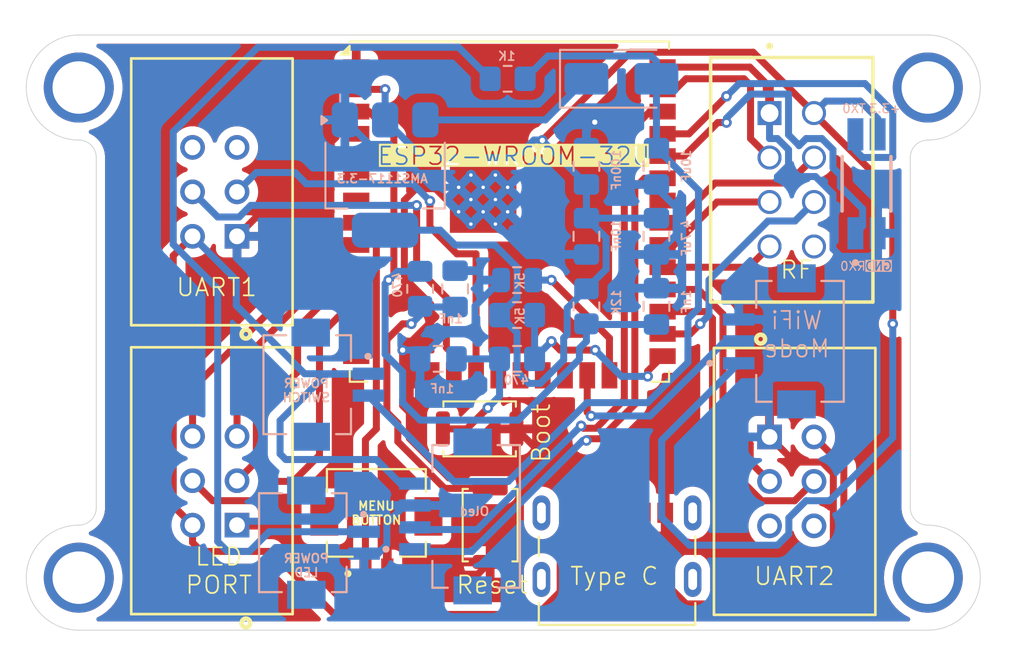
<source format=kicad_pcb>
(kicad_pcb (version 20240108) (generator "pcbnew") (generator_version "8.0")
  (layers (0 "F.Cu" signal) (31 "B.Cu" signal) (34 "B.Paste" user) (35 "F.Paste" user) (36 "B.SilkS" user "B.Silkscreen") (37 "F.SilkS" user "F.Silkscreen") (38 "B.Mask" user) (39 "F.Mask" user) (44 "Edge.Cuts" user))
  (net 0 "")
  (net 1 "Net-(D1-K)")
  (net 2 "VIN")
  (net 3 "GND")
  (net 4 "Net-(J4-Pad1)")
  (net 5 "BTN")
  (net 6 "SCL")
  (net 7 "+5V")
  (net 8 "SDA")
  (net 9 "RX0")
  (net 10 "TX0")
  (net 11 "TX1")
  (net 12 "RX1")
  (net 13 "RX2")
  (net 14 "TX2")
  (net 15 "+3.3V IN")
  (net 18 "EN")
  (net 23 "IO2")
  (net 24 "LED2")
  (net 26 "LED1")
  (net 29 "IO0")
  (net 30 "Net-(SW1-B)")
  (net 31 "Net-(SW2-B)")
  (net 33 "Net-(J7-SHIELD-PadS1)")
  (net 35 "LEDWIFI")
  (net 36 "LEDRF")
  (net 37 "CSE")
  (net 38 "MISO")
  (net 39 "MOSI")
  (net 40 "CE")
  (net 41 "CLK")
  (net 43 "Net-(J4-SHIELD-PadS1)")
  (net 44 "Net-(J9-SHIELD-PadS1)")
  (net 45 "Net-(J10-SHIELD-PadS1)")
  (net 50 "WiFi_Mode")
  (footprint "2-1761603-1:TE_2-1761603-1" (layer "F.Cu") (at 145.46 71.96 -90)
    (property "Reference" "J12" (hide yes))
    (property "Value" "UART2" (hide yes))
  )
  (footprint "Button_Switch_SMD:SW_Push_SPST_NO_Alps_SKRK" (layer "F.Cu") (at 129.5 77 90)
    (property "Reference" "SW2" (hide yes))
    (property "Value" "Reset" (hide yes))
  )
  (footprint "RF_Module:ESP32-WROOM-32U" (layer "F.Cu") (at 130.6 59.09)
    (property "Reference" "U1" (hide yes))
    (property "Value" "ESP32-WROOM-32U" (hide yes))
  )
  (footprint "TSS-104-01-G-D:SAMTEC_TSS-104-01-G-D" (layer "F.Cu") (at 145.46 53.46 -90)
    (property "Reference" "J13" (hide yes))
    (property "Value" "RF" (hide yes))
  )
  (footprint "Button_Switch_SMD:SW_Push_SPST_NO_Alps_SKRK" (layer "F.Cu") (at 128.9 71.5 180)
    (property "Reference" "SW1" (hide yes))
    (property "Value" "Boot" (hide yes))
  )
  (footprint "2-1761603-1:TE_2-1761603-1" (layer "F.Cu") (at 115.04 77 90)
    (property "Reference" "J5" (hide yes))
    (property "Value" "LEDPORT" (hide yes))
  )
  (footprint "2-1761603-1:TE_2-1761603-1" (layer "F.Cu") (at 115.04 60.5 90)
    (property "Reference" "J6" (hide yes))
    (property "Value" "UART1" (hide yes))
  )
  (footprint "DF13A-2P-1.25H_51_:HRS_DF13A-2P-1.25H_51_" (layer "F.Cu") (at 123 76.5)
    (property "Reference" "J9" (hide yes))
    (property "Value" "MENUBUTTON" (hide yes))
  )
  (footprint "UJC-HP-3-SMT-TR:CUI_UJC-HP-3-SMT-TR" (layer "F.Cu") (at 136.75 76.3)
    (property "Reference" "J7" (hide yes))
    (property "Value" "Type C" (hide yes))
  )
  (footprint "Resistor_SMD:R_0805_2012Metric_Pad1.20x1.40mm_HandSolder" (layer "B.Cu") (at 131.0375 67.5 180)
    (property "Reference" "R5" (hide yes))
    (property "Value" "470" (hide yes))
  )
  (footprint "RSM-102-02-S-D:SAMTEC_RSM-102-02-S-D" (layer "B.Cu") (at 151 57.5 180)
    (property "Reference" "J3" (hide yes))
    (property "Value" "U0" (hide yes))
  )
  (footprint "Resistor_SMD:R_0805_2012Metric_Pad1.20x1.40mm_HandSolder" (layer "B.Cu") (at 125.5 63.5 -90)
    (property "Reference" "R6" (hide yes))
    (property "Value" "470" (hide yes))
  )
  (footprint "Capacitor_SMD:C_0805_2012Metric_Pad1.18x1.45mm_HandSolder" (layer "B.Cu") (at 135 60.5 -90)
    (property "Reference" "C4" (hide yes))
    (property "Value" "10nF" (hide yes))
  )
  (footprint "Capacitor_SMD:C_0805_2012Metric_Pad1.18x1.45mm_HandSolder" (layer "B.Cu") (at 139 64.5 90)
    (property "Reference" "C7" (hide yes))
    (property "Value" "1nF" (hide yes))
  )
  (footprint "DF13A-2P-1.25H_51_:HRS_DF13A-2P-1.25H_51_" (layer "B.Cu") (at 119.25 68.975 -90)
    (property "Reference" "J10" (hide yes))
    (property "Value" "POWERSWITCH" (hide yes))
  )
  (footprint "Resistor_SMD:R_0805_2012Metric_Pad1.20x1.40mm_HandSolder" (layer "B.Cu") (at 130.5 51.5)
    (property "Reference" "R4" (hide yes))
    (property "Value" "1K" (hide yes))
  )
  (footprint "Diode_SMD:D_SMA" (layer "B.Cu") (at 137 51.5)
    (property "Reference" "D1" (hide yes))
    (property "Value" "SS14" (hide yes))
  )
  (footprint "Capacitor_SMD:C_0805_2012Metric_Pad1.18x1.45mm_HandSolder" (layer "B.Cu") (at 126.5375 67.5 180)
    (property "Reference" "C5" (hide yes))
    (property "Value" "1nF" (hide yes))
  )
  (footprint "Resistor_SMD:R_0805_2012Metric" (layer "B.Cu") (at 131.0375 63 180)
    (property "Reference" "R9" (hide yes))
    (property "Value" "5K" (hide yes))
  )
  (footprint "Capacitor_SMD:C_0805_2012Metric_Pad1.18x1.45mm_HandSolder" (layer "B.Cu") (at 127.5 63.5 90)
    (property "Reference" "C6" (hide yes))
    (property "Value" "1nF" (hide yes))
  )
  (footprint "Capacitor_SMD:C_0805_2012Metric_Pad1.18x1.45mm_HandSolder" (layer "B.Cu") (at 135 56.5 90)
    (property "Reference" "C3" (hide yes))
    (property "Value" "100nF" (hide yes))
  )
  (footprint "Package_TO_SOT_SMD:SOT-223-3_TabPin2" (layer "B.Cu") (at 123.5 57 -90)
    (property "Reference" "U2" (hide yes))
    (property "Value" "AMS1117-3.3" (hide yes))
  )
  (footprint "Capacitor_SMD:C_0805_2012Metric_Pad1.18x1.45mm_HandSolder" (layer "B.Cu") (at 139 56.5 -90)
    (property "Reference" "C1" (hide yes))
    (property "Value" "10uF" (hide yes))
  )
  (footprint "Resistor_SMD:R_0805_2012Metric_Pad1.20x1.40mm_HandSolder" (layer "B.Cu") (at 131.0375 65)
    (property "Reference" "R7" (hide yes))
    (property "Value" "5K" (hide yes))
  )
  (footprint "DF13A-4P-1.25H_21_:HRS_DF13A-4P-1.25H_21_" (layer "B.Cu") (at 128.5 76.5 90)
    (property "Reference" "J1" (hide yes))
    (property "Value" "Oled" (hide yes))
  )
  (footprint "Resistor_SMD:R_0805_2012Metric_Pad1.20x1.40mm_HandSolder" (layer "B.Cu") (at 135 64.5 -90)
    (property "Reference" "R8" (hide yes))
    (property "Value" "12K" (hide yes))
  )
  (footprint "Capacitor_SMD:C_0805_2012Metric_Pad1.18x1.45mm_HandSolder" (layer "B.Cu") (at 139 60.5 -90)
    (property "Reference" "C2" (hide yes))
    (property "Value" "4.7uF" (hide yes))
  )
  (footprint "DF13A-3P-1.25H_21_:HRS_DF13A-3P-1.25H_21_" (layer "B.Cu") (at 147 66.5 90)
    (property "Reference" "J2" (hide yes))
    (property "Value" "WiFiMode" (hide yes))
  )
  (footprint "DF13A-2P-1.25H_51_:HRS_DF13A-2P-1.25H_51_" (layer "B.Cu") (at 119 78 -90)
    (property "Reference" "J4" (hide yes))
    (property "Value" "POWERLED" (hide yes))
  )
  (gr_arc (start 107 76) (mid 106.707107 76.707107) (end 106 77) (stroke (width 0.05)) (layer "Edge.Cuts"))
  (gr_arc (start 154.5 49) (mid 157.271639 50.85195) (end 156.62132 54.12132) (stroke (width 0.05)) (layer "Edge.Cuts"))
  (gr_arc (start 106 55) (mid 104.85195 54.771639) (end 103.87868 54.12132) (stroke (width 0.05)) (layer "Edge.Cuts"))
  (gr_arc (start 154.5 77) (mid 153.792893 76.707107) (end 153.5 76) (stroke (width 0.05)) (layer "Edge.Cuts"))
  (gr_line (start 106 49) (end 154.5 49) (stroke (width 0.05)) (layer "Edge.Cuts"))
  (gr_arc (start 106 83) (mid 103.228361 81.14805) (end 103.87868 77.87868) (stroke (width 0.05)) (layer "Edge.Cuts"))
  (gr_arc (start 154.5 77) (mid 155.64805 77.228361) (end 156.62132 77.87868) (stroke (width 0.05)) (layer "Edge.Cuts"))
  (gr_arc (start 103.87868 77.87868) (mid 104.85195 77.228362) (end 106 77) (stroke (width 0.05)) (layer "Edge.Cuts"))
  (gr_arc (start 106 55) (mid 106.707107 55.292893) (end 107 56) (stroke (width 0.05)) (layer "Edge.Cuts"))
  (gr_arc (start 103.87868 54.12132) (mid 103.228362 50.85195) (end 106 49) (stroke (width 0.05)) (layer "Edge.Cuts"))
  (gr_line (start 153.5 56) (end 153.5 76) (stroke (width 0.05)) (layer "Edge.Cuts"))
  (gr_line (start 106 83) (end 154.5 83) (stroke (width 0.05)) (layer "Edge.Cuts"))
  (gr_line (start 107 56) (end 107 76) (stroke (width 0.05)) (layer "Edge.Cuts"))
  (gr_arc (start 156.62132 54.12132) (mid 155.64805 54.771638) (end 154.5 55) (stroke (width 0.05)) (layer "Edge.Cuts"))
  (gr_arc (start 153.5 56) (mid 153.792893 55.292893) (end 154.5 55) (stroke (width 0.05)) (layer "Edge.Cuts"))
  (gr_arc (start 156.62132 77.87868) (mid 157.271638 81.14805) (end 154.5 83) (stroke (width 0.05)) (layer "Edge.Cuts"))
  (gr_text "GND" (at 152.5 62.5 0) (layer "B.SilkS" knockout) (effects (font (size 0.5 0.5) (thickness 0.075)) (justify left bottom mirror)))
  (gr_text "1nF" (at 127.5 69.5 0) (layer "B.SilkS") (effects (font (size 0.5 0.5) (thickness 0.1)) (justify left bottom mirror)))
  (gr_text "10nF" (at 137 59.5 90) (layer "B.SilkS") (effects (font (size 0.5 0.5) (thickness 0.1)) (justify left bottom mirror)))
  (gr_text "+3.3" (at 153 53.5 0) (layer "B.SilkS") (effects (font (size 0.5 0.5) (thickness 0.075)) (justify left bottom mirror)))
  (gr_text "1nF" (at 141 63.5 90) (layer "B.SilkS") (effects (font (size 0.5 0.5) (thickness 0.1)) (justify left bottom mirror)))
  (gr_text "Oled" (at 129.5 76.5 0) (layer "B.SilkS") (effects (font (size 0.5 0.5) (thickness 0.1)) (justify left bottom mirror)))
  (gr_text "12K" (at 137 63.5 90) (layer "B.SilkS") (effects (font (size 0.5 0.5) (thickness 0.1)) (justify left bottom mirror)))
  (gr_text "1K" (at 131 50.5 0) (layer "B.SilkS") (effects (font (size 0.5 0.5) (thickness 0.1)) (justify left bottom mirror)))
  (gr_text "1nF" (at 128 65.5 0) (layer "B.SilkS") (effects (font (size 0.5 0.5) (thickness 0.1)) (justify left bottom mirror)))
  (gr_text "100nF" (at 137 55.5 90) (layer "B.SilkS") (effects (font (size 0.5 0.5) (thickness 0.1)) (justify left bottom mirror)))
  (gr_text "470" (at 131 69 0) (layer "B.SilkS") (effects (font (size 0.5 0.5) (thickness 0.1)) (justify bottom mirror)))
  (gr_text "10uF" (at 141 55.5 90) (layer "B.SilkS") (effects (font (size 0.5 0.5) (thickness 0.1)) (justify left bottom mirror)))
  (gr_text "470" (at 124.5 62.5 90) (layer "B.SilkS") (effects (font (size 0.5 0.5) (thickness 0.1)) (justify left bottom mirror)))
  (gr_text "WiFi\nMode" (at 147 67.5 0) (layer "B.SilkS") (effects (font (size 1 1) (thickness 0.1)) (justify bottom mirror)))
  (gr_text "POWER\nSWITCH" (at 119 70 0) (layer "B.SilkS") (effects (font (size 0.5 0.5) (thickness 0.1)) (justify bottom mirror)))
  (gr_text "5K" (at 131.5 64.5 90) (layer "B.SilkS") (effects (font (size 0.5 0.5) (thickness 0.1)) (justify left bottom mirror)))
  (gr_text "AMS1117-3.3" (at 126 57.5 0) (layer "B.SilkS") (effects (font (size 0.5 0.5) (thickness 0.1)) (justify left bottom mirror)))
  (gr_text "TX0" (at 151 53.5 0) (layer "B.SilkS") (effects (font (size 0.5 0.5) (thickness 0.075)) (justify left bottom mirror)))
  (gr_text "5K" (at 131.5 62.5 90) (layer "B.SilkS") (effects (font (size 0.5 0.5) (thickness 0.1)) (justify left bottom mirror)))
  (gr_text "POWER\nLED" (at 119 80 0) (layer "B.SilkS") (effects (font (size 0.5 0.5) (thickness 0.1)) (justify bottom mirror)))
  (gr_text "4.7uF" (at 141 59.5 90) (layer "B.SilkS") (effects (font (size 0.5 0.5) (thickness 0.1)) (justify left bottom mirror)))
  (gr_text "RX0" (at 151 62.5 0) (layer "B.SilkS") (effects (font (size 0.5 0.5) (thickness 0.075)) (justify left bottom mirror)))
  (gr_text "LED\nPORT" (at 114 81 0) (layer "F.SilkS") (effects (font (size 1 1) (thickness 0.1)) (justify bottom)))
  (gr_text "UART1" (at 111.5 64 0) (layer "F.SilkS") (effects (font (size 1 1) (thickness 0.1)) (justify left bottom)))
  (gr_text "ESP32-WROOM-32U" (at 123 56.5 0) (layer "F.SilkS" knockout) (effects (font (size 1 1) (thickness 0.1)) (justify left bottom)))
  (gr_text "UART2" (at 144.5 80.5 0) (layer "F.SilkS") (effects (font (size 1 1) (thickness 0.1)) (justify left bottom)))
  (gr_text "MENU\nBUTTON" (at 123 77 0) (layer "F.SilkS") (effects (font (size 0.5 0.5) (thickness 0.1)) (justify bottom)))
  (gr_text "Type C\n" (at 134 80.5 0) (layer "F.SilkS") (effects (font (size 1 1) (thickness 0.1)) (justify left bottom)))
  (gr_text "RF" (at 146 63 0) (layer "F.SilkS") (effects (font (size 1 1) (thickness 0.1)) (justify left bottom)))
  (gr_text "Reset" (at 127.5 81 0) (layer "F.SilkS") (effects (font (size 1 1) (thickness 0.1)) (justify left bottom)))
  (gr_text "Boot\n" (at 133 73.5 90) (layer "F.SilkS") (effects (font (size 1 1) (thickness 0.1)) (justify left bottom)))
  (via (at 154.5 52) (size 4) (drill 3) (layers "F.Cu" "B.Cu") (net 0))
  (via (at 106 80) (size 4) (drill 3) (layers "F.Cu" "B.Cu") (net 0))
  (via (at 106 52) (size 4) (drill 3) (layers "F.Cu" "B.Cu") (net 0))
  (via (at 154.5 80) (size 4) (drill 3) (layers "F.Cu" "B.Cu") (net 0))
  (via (at 154.5 52) (size 0.6) (drill 0.3) (layers "F.Cu" "B.Cu") (net 0))
  (segment (start 132.65 53.85) (end 125.8 53.85) (width 0.4) (layer "B.Cu") (net 1))
  (segment (start 135 51.5) (end 132.65 53.85) (width 0.4) (layer "B.Cu") (net 1))
  (segment (start 141.4 64.61005) (end 141.4 57.951472) (width 0.4) (layer "B.Cu") (net 2))
  (segment (start 122.55 69.625) (end 127.425 74.5) (width 0.4) (layer "B.Cu") (net 2))
  (segment (start 140.8 65.21005) (end 141.4 64.61005) (width 0.4) (layer "B.Cu") (net 2))
  (segment (start 139 51.5) (end 139 50.5) (width 0.4) (layer "B.Cu") (net 2))
  (segment (start 140.8 67.7) (end 140.8 65.21005) (width 0.4) (layer "B.Cu") (net 2))
  (segment (start 132.8 50.2) (end 131.5 51.5) (width 0.4) (layer "B.Cu") (net 2))
  (segment (start 135.034949 70) (end 138.5 70) (width 0.4) (layer "B.Cu") (net 2))
  (segment (start 138.5 70) (end 140.8 67.7) (width 0.4) (layer "B.Cu") (net 2))
  (segment (start 141.444486 57.906986) (end 139 55.4625) (width 0.4) (layer "B.Cu") (net 2))
  (segment (start 141.4 57.951472) (end 141.444486 57.906986) (width 0.4) (layer "B.Cu") (net 2))
  (segment (start 139 50.5) (end 138.7 50.2) (width 0.4) (layer "B.Cu") (net 2))
  (segment (start 138.7 50.2) (end 132.8 50.2) (width 0.4) (layer "B.Cu") (net 2))
  (segment (start 139 51.5) (end 139 55.4625) (width 0.4) (layer "B.Cu") (net 2))
  (segment (start 127.425 74.5) (end 130.534949 74.5) (width 0.4) (layer "B.Cu") (net 2))
  (segment (start 130.534949 74.5) (end 135.034949 70) (width 0.4) (layer "B.Cu") (net 2))
  (segment (start 135.12 73.7) (end 134 74.82) (width 0.4) (layer "F.Cu") (net 3))
  (segment (start 145.5 53.42) (end 145.5 52) (width 0.4) (layer "F.Cu") (net 3))
  (segment (start 123.625 80.6) (end 123.625 79.8) (width 0.4) (layer "F.Cu") (net 3))
  (segment (start 115.04 60.5) (end 120.7 54.84) (width 0.4) (layer "F.Cu") (net 3))
  (segment (start 149.104 74.042708) (end 149.104 77.896) (width 0.4) (layer "F.Cu") (net 3))
  (segment (start 121.85 50.835) (end 126.835 50.835) (width 0.4) (layer "F.Cu") (net 3))
  (segment (start 128 74.3) (end 128.3 74) (width 0.4) (layer "F.Cu") (net 3))
  (segment (start 134 74.82) (end 134 75) (width 0.4) (layer "F.Cu") (net 3))
  (segment (start 125.261632 57.780317) (end 126.380317 57.780317) (width 0.4) (layer "F.Cu") (net 3))
  (segment (start 120.7 54.84) (end 120.7 51.255) (width 0.4) (layer "F.Cu") (net 3))
  (segment (start 149.104 77.896) (end 148.5 78.5) (width 0.4) (layer "F.Cu") (net 3))
  (segment (start 146.896 73.396) (end 148.457292 73.396) (width 0.4) (layer "F.Cu") (net 3))
  (segment (start 135.4775 53.9775) (end 132.455 57) (width 0.4) (layer "F.Cu") (net 3))
  (segment (start 139.5 74.82) (end 139.5 76.295) (width 0.4) (layer "F.Cu") (net 3))
  (segment (start 131 73.5) (end 131 71.5) (width 0.4) (layer "F.Cu") (net 3))
  (segment (start 128.8 79.8) (end 129.5 79.1) (width 0.4) (layer "F.Cu") (net 3))
  (segment (start 123.625 79.8) (end 128.8 79.8) (width 0.4) (layer "F.Cu") (net 3))
  (segment (start 115.04 77) (end 117.525 77) (width 0.4) (layer "F.Cu") (net 3))
  (segment (start 124.5 67) (end 126.4 65.1) (width 0.4) (layer "F.Cu") (net 3))
  (segment (start 124.885 68.44) (end 124.885 72.036472) (width 0.4) (layer "F.Cu") (net 3))
  (segment (start 127 51.5) (end 128.4 52.9) (width 0.4) (layer "F.Cu") (net 3))
  (segment (start 126.4 65.1) (end 124.6 63.3) (width 0.4) (layer "F.Cu") (net 3))
  (segment (start 124.5 67) (end 124.5 68.055) (width 0.4) (layer "F.Cu") (net 3))
  (segment (start 117.525 77) (end 121.625 81.1) (width 0.4) (layer "F.Cu") (net 3))
  (segment (start 121.625 81.1) (end 123.125 81.1) (width 0.4) (layer "F.Cu") (net 3))
  (segment (start 148.457292 73.396) (end 149.104 74.042708) (width 0.4) (layer "F.Cu") (net 3))
  (segment (start 134 74.5) (end 134 75) (width 0.4) (layer "F.Cu") (net 3))
  (segment (start 121.12 50.835) (end 121.85 50.835) (width 0.4) (layer "F.Cu") (net 3))
  (segment (start 129.5 79.1) (end 130.4 78.2) (width 0.4) (layer "F.Cu") (net 3))
  (segment (start 120.7 51.255) (end 121.12 50.835) (width 0.4) (layer "F.Cu") (net 3))
  (segment (start 140.73 78.5) (end 139.5 77.27) (width 0.4) (layer "F.Cu") (net 3))
  (segment (start 139.5 75.795) (end 139.5 76.002792) (width 0.4) (layer "F.Cu") (net 3))
  (segment (start 139.35 50.835) (end 138.62 50.835) (width 0.4) (layer "F.Cu") (net 3))
  (segment (start 134 77) (end 134 76.5) (width 0.4) (layer "F.Cu") (net 3))
  (segment (start 131 71.5) (end 134 74.5) (width 0.4) (layer "F.Cu") (net 3))
  (segment (start 130.4 78.2) (end 132.8 78.2) (width 0.4) (layer "F.Cu") (net 3))
  (segment (start 124.6 58.441949) (end 125.261632 57.780317) (width 0.4) (layer "F.Cu") (net 3))
  (segment (start 132.8 78.2) (end 134 77) (width 0.4) (layer "F.Cu") (net 3))
  (segment (start 128.4 52.9) (end 128.4 57) (width 0.4) (layer "F.Cu") (net 3))
  (segment (start 145.46 53.46) (end 145.5 53.42) (width 0.4) (layer "F.Cu") (net 3))
  (segment (start 138.38 73.7) (end 135.12 73.7) (width 0.4) (layer "F.Cu") (net 3))
  (segment (start 127.148528 74.3) (end 128 74.3) (width 0.4) (layer "F.Cu") (net 3))
  (segment (start 139.5 77.27) (end 139.5 76.295) (width 0.4) (layer "F.Cu") (net 3))
  (segment (start 126.380317 57.780317) (end 128.4 59.8) (width 0.4) (layer "F.Cu") (net 3))
  (segment (start 145.5 52) (end 144.335 50.835) (width 0.4) (layer "F.Cu") (net 3))
  (segment (start 145.46 71.96) (end 146.896 73.396) (width 0.4) (layer "F.Cu") (net 3))
  (segment (start 130.5 74) (end 131 73.5) (width 0.4) (layer "F.Cu") (net 3))
  (segment (start 138.62 50.835) (end 135.4775 53.9775) (width 0.4) (layer "F.Cu") (net 3))
  (segment (start 124.885 72.036472) (end 127.148528 74.3) (width 0.4) (layer "F.Cu") (net 3))
  (segment (start 138.38 73.7) (end 139.5 74.82) (width 0.4) (layer "F.Cu") (net 3))
  (segment (start 124.5 68.055) (end 124.885 68.44) (width 0.4) (layer "F.Cu") (net 3))
  (segment (start 127 51) (end 127 51.5) (width 0.4) (layer "F.Cu") (net 3))
  (segment (start 132.455 57) (end 129.8 57) (width 0.4) (layer "F.Cu") (net 3))
  (segment (start 134 75) (end 134 75.795) (width 0.4) (layer "F.Cu") (net 3))
  (segment (start 148.5 78.5) (end 140.73 78.5) (width 0.4) (layer "F.Cu") (net 3))
  (segment (start 126.835 50.835) (end 127 51) (width 0.4) (layer "F.Cu") (net 3))
  (segment (start 128.3 74) (end 130.5 74) (width 0.4) (layer "F.Cu") (net 3))
  (segment (start 144.335 50.835) (end 139.35 50.835) (width 0.4) (layer "F.Cu") (net 3))
  (segment (start 134 76.5) (end 134 75.795) (width 0.4) (layer "F.Cu") (net 3))
  (segment (start 123.125 81.1) (end 123.625 80.6) (width 0.4) (layer "F.Cu") (net 3))
  (segment (start 124.6 63.3) (end 124.6 58.441949) (width 0.4) (layer "F.Cu") (net 3))
  (via (at 124.5 67) (size 0.6) (drill 0.3) (layers "F.Cu" "B.Cu") (net 3))
  (via (at 135.4775 53.9775) (size 0.6) (drill 0.3) (layers "F.Cu" "B.Cu") (net 3))
  (segment (start 126.2 57.7) (end 127.7 57.7) (width 0.4) (layer "B.Cu") (net 3))
  (segment (start 135 61.5375) (end 132.9375 61.5375) (width 0.4) (layer "B.Cu") (net 3))
  (segment (start 125.5 67.5) (end 125 67) (width 0.4) (layer "B.Cu") (net 3))
  (segment (start 121.625 75.875) (end 125.2 75.875) (width 0.4) (layer "B.Cu") (net 3))
  (segment (start 145.909422 54.915) (end 146.545 55.550578) (width 0.4) (layer "B.Cu") (net 3))
  (segment (start 115.265 76.775) (end 120.725 76.775) (width 0.4) (layer "B.Cu") (net 3))
  (segment (start 146.545 56.449422) (end 145.909422 57.085) (width 0.4) (layer "B.Cu") (net 3))
  (segment (start 121.2 53.85) (end 122.6 55.25) (width 0.4) (layer "B.Cu") (net 3))
  (segment (start 145.5 71.92) (end 145.46 71.96) (width 0.4) (layer "B.Cu") (net 3))
  (segment (start 139 57.723834) (end 140.125 58.848834) (width 0.4) (layer "B.Cu") (net 3))
  (segment (start 148.085 57.085) (end 149.085 58.085) (width 0.4) (layer "B.Cu") (net 3))
  (segment (start 124.625 75.875) (end 125.2 75.875) (width 0.4) (layer "B.Cu") (net 3))
  (segment (start 139 61.5375) (end 139 63.4625) (width 0.4) (layer "B.Cu") (net 3))
  (segment (start 122.6 55.25) (end 123.75 55.25) (width 0.4) (layer "B.Cu") (net 3))
  (segment (start 140.125 60.4125) (end 139 61.5375) (width 0.4) (layer "B.Cu") (net 3))
  (segment (start 149.085 61.22) (end 149.51 61.645) (width 0.4) (layer "B.Cu") (net 3))
  (segment (start 149.51 61.645) (end 151.22 61.645) (width 0.4) (layer "B.Cu") (net 3))
  (segment (start 128.6375 64.4875) (end 130.125 63) (width 0.4) (layer "B.Cu") (net 3))
  (segment (start 125 67) (end 124.5 67) (width 0.4) (layer "B.Cu") (net 3))
  (segment (start 135 55.4625) (end 135 54.455) (width 0.4) (layer "B.Cu") (net 3))
  (segment (start 151.22 61.645) (end 151.635 61.23) (width 0.4) (layer "B.Cu") (net 3))
  (segment (start 123.75 55.25) (end 126.2 57.7) (width 0.4) (layer "B.Cu") (net 3))
  (segment (start 127.286334 66.025) (end 128.251166 66.025) (width 0.4) (layer "B.Cu") (net 3))
  (segment (start 127 66) (end 127.261334 66) (width 0.4) (layer "B.Cu") (net 3))
  (segment (start 149.085 58.085) (end 149.085 61.22) (width 0.4) (layer "B.Cu") (net 3))
  (segment (start 123.6 76.9) (end 124.625 75.875) (width 0.4) (layer "B.Cu") (net 3))
  (segment (start 143.7 65.25) (end 145 65.25) (width 0.4) (layer "B.Cu") (net 3))
  (segment (start 125.5 67.5) (end 127 66) (width 0.4) (layer "B.Cu") (net 3))
  (segment (start 146.545 55.550578) (end 146.545 56.449422) (width 0.4) (layer "B.Cu") (net 3))
  (segment (start 145.46 53.46) (end 145.46 54.915) (width 0.4) (layer "B.Cu") (net 3))
  (segment (start 123.1 78.625) (end 123.6 78.125) (width 0.4) (layer "B.Cu") (net 3))
  (segment (start 145 65.25) (end 145.46 65.71) (width 0.4) (layer "B.Cu") (net 3))
  (segment (start 122.3 78.625) (end 123.1 78.625) (width 0.4) (layer "B.Cu") (net 3))
  (segment (start 128.251166 66.025) (end 128.6375 65.638666) (width 0.4) (layer "B.Cu") (net 3))
  (segment (start 139 57.5375) (end 137.075 57.5375) (width 0.4) (layer "B.Cu") (net 3))
  (segment (start 132.9375 61.5375) (end 130.5 59.1) (width 0.4) (layer "B.Cu") (net 3))
  (segment (start 120.725 76.775) (end 121.625 75.875) (width 0.4) (layer "B.Cu") (net 3))
  (segment (start 115.04 77) (end 115.265 76.775) (width 0.4) (layer "B.Cu") (net 3))
  (segment (start 123.6 78.125) (end 123.6 76.9) (width 0.4) (layer "B.Cu") (net 3))
  (segment (start 139 57.5375) (end 139 57.723834) (width 0.4) (layer "B.Cu") (net 3))
  (segment (start 137.075 57.5375) (end 135 55.4625) (width 0.4) (layer "B.Cu") (net 3))
  (segment (start 140.125 58.848834) (end 140.125 60.4125) (width 0.4) (layer "B.Cu") (net 3))
  (segment (start 145.46 65.71) (end 145.46 71.96) (width 0.4) (layer "B.Cu") (net 3))
  (segment (start 127.261334 66) (end 127.286334 66.025) (width 0.4) (layer "B.Cu") (net 3))
  (segment (start 145.46 54.915) (end 145.909422 54.915) (width 0.4) (layer "B.Cu") (net 3))
  (segment (start 128.6375 65.638666) (end 128.6375 64.4875) (width 0.4) (layer "B.Cu") (net 3))
  (segment (start 145.909422 57.085) (end 148.085 57.085) (width 0.4) (layer "B.Cu") (net 3))
  (segment (start 135 54.455) (end 135.4775 53.9775) (width 0.4) (layer "B.Cu") (net 3))
  (segment (start 151.635 61.23) (end 151.635 60.325) (width 0.4) (layer "B.Cu") (net 3))
  (segment (start 127.7 49.7) (end 116.229354 49.7) (width 0.4) (layer "B.Cu") (net 4))
  (segment (start 111.396 60.957292) (end 113.936 63.497292) (width 0.4) (layer "B.Cu") (net 4))
  (segment (start 116.229354 49.7) (end 111.396 54.533354) (width 0.4) (layer "B.Cu") (net 4))
  (segment (start 114.5 78.5) (end 115.748 78.5) (width 0.4) (layer "B.Cu") (net 4))
  (segment (start 113.936 63.497292) (end 113.936 77.936) (width 0.4) (layer "B.Cu") (net 4))
  (segment (start 111.396 54.533354) (end 111.396 60.957292) (width 0.4) (layer "B.Cu") (net 4))
  (segment (start 115.748 78.5) (end 116.873 77.375) (width 0.4) (layer "B.Cu") (net 4))
  (segment (start 116.873 77.375) (end 122.3 77.375) (width 0.4) (layer "B.Cu") (net 4))
  (segment (start 129.5 51.5) (end 127.7 49.7) (width 0.4) (layer "B.Cu") (net 4))
  (segment (start 113.936 77.936) (end 114.5 78.5) (width 0.4) (layer "B.Cu") (net 4))
  (segment (start 122.375 79.8) (end 122.375 72.125) (width 0.4) (layer "F.Cu") (net 5))
  (segment (start 123 71.5) (end 122.375 72.125) (width 0.4) (layer "F.Cu") (net 5))
  (segment (start 123 60.145) (end 123 71.5) (width 0.4) (layer "F.Cu") (net 5))
  (segment (start 122.58 59.725) (end 123 60.145) (width 0.4) (layer "F.Cu") (net 5))
  (segment (start 121.85 59.725) (end 122.58 59.725) (width 0.4) (layer "F.Cu") (net 5))
  (segment (start 135.96245 71.03755) (end 137.165 69.835) (width 0.4) (layer "F.Cu") (net 6))
  (segment (start 137.165 69.835) (end 137.165 54.83) (width 0.4) (layer "F.Cu") (net 6))
  (segment (start 135.96245 71.0524) (end 135.96245 71.03755) (width 0.4) (layer "F.Cu") (net 6))
  (segment (start 137.165 54.83) (end 138.62 53.375) (width 0.4) (layer "F.Cu") (net 6))
  (segment (start 138.62 53.375) (end 139.35 53.375) (width 0.4) (layer "F.Cu") (net 6))
  (segment (start 134.696762 71.328137) (end 134.831075 71.46245) (width 0.4) (layer "F.Cu") (net 6))
  (segment (start 134.831075 71.46245) (end 135.5524 71.46245) (width 0.4) (layer "F.Cu") (net 6))
  (segment (start 135.5524 71.46245) (end 135.96245 71.0524) (width 0.4) (layer "F.Cu") (net 6))
  (via (at 134.696762 71.328137) (size 0.6) (drill 0.3) (layers "F.Cu" "B.Cu") (net 6))
  (segment (start 134.696762 71.328137) (end 134.681913 71.328137) (width 0.4) (layer "B.Cu") (net 6))
  (segment (start 128.76005 77.25) (end 124.5 77.25) (width 0.4) (layer "B.Cu") (net 6))
  (segment (start 134.681913 71.328137) (end 128.76005 77.25) (width 0.4) (layer "B.Cu") (net 6))
  (segment (start 120.6 82.1) (end 132.202792 82.1) (width 0.4) (layer "F.Cu") (net 7))
  (segment (start 111.396 75.896) (end 112.5 77) (width 0.4) (layer "F.Cu") (net 7))
  (segment (start 117 78.5) (end 117.004394 78.5) (width 0.4) (layer "F.Cu") (net 7))
  (segment (start 112.5 77.995606) (end 113.004394 78.5) (width 0.4) (layer "F.Cu") (net 7))
  (segment (start 146.348528 81.5) (end 149.704 78.144528) (width 0.4) (layer "F.Cu") (net 7))
  (segment (start 140.697208 81.5) (end 146.348528 81.5) (width 0.4) (layer "F.Cu") (net 7))
  (segment (start 133.5 80.802792) (end 133.5 78.5) (width 0.4) (layer "F.Cu") (net 7))
  (segment (start 117 78.5) (end 120.6 82.1) (width 0.4) (layer "F.Cu") (net 7))
  (segment (start 112.5 60.5) (end 111.396 61.604) (width 0.4) (layer "F.Cu") (net 7))
  (segment (start 135.5 74.4) (end 137.58 74.4) (width 0.4) (layer "F.Cu") (net 7))
  (segment (start 132.202792 82.1) (end 133.5 80.802792) (width 0.4) (layer "F.Cu") (net 7))
  (segment (start 135.23 74.67) (end 135.5 74.4) (width 0.4) (layer "F.Cu") (net 7))
  (segment (start 133.5 78.5) (end 135.23 76.77) (width 0.4) (layer "F.Cu") (net 7))
  (segment (start 138.27 75.09) (end 138.27 79.072792) (width 0.4) (layer "F.Cu") (net 7))
  (segment (start 149.704 78.144528) (end 149.704 73.664) (width 0.4) (layer "F.Cu") (net 7))
  (segment (start 149.704 73.664) (end 148 71.96) (width 0.4) (layer "F.Cu") (net 7))
  (segment (start 113.004394 78.5) (end 117 78.5) (width 0.4) (layer "F.Cu") (net 7))
  (segment (start 112.5 77) (end 112.5 77.995606) (width 0.4) (layer "F.Cu") (net 7))
  (segment (start 111.396 61.604) (end 111.396 75.896) (width 0.4) (layer "F.Cu") (net 7))
  (segment (start 135.23 76.77) (end 135.23 74.67) (width 0.4) (layer "F.Cu") (net 7))
  (segment (start 137.58 74.4) (end 138.27 75.09) (width 0.4) (layer "F.Cu") (net 7))
  (segment (start 138.27 79.072792) (end 140.697208 81.5) (width 0.4) (layer "F.Cu") (net 7))
  (segment (start 122.55 68.35) (end 118.9 68.35) (width 0.4) (layer "B.Cu") (net 7))
  (segment (start 123 73.25) (end 117.825 73.25) (width 0.4) (layer "B.Cu") (net 7))
  (segment (start 120.15 68.375) (end 122.55 68.375) (width 0.4) (layer "B.Cu") (net 7))
  (segment (start 118.9 68.35) (end 115 64.45) (width 0.4) (layer "B.Cu") (net 7))
  (segment (start 117.5 71.025) (end 120.15 68.375) (width 0.4) (layer "B.Cu") (net 7))
  (segment (start 117.5 72.925) (end 117.5 71.025) (width 0.4) (layer "B.Cu") (net 7))
  (segment (start 115 63) (end 112.5 60.5) (width 0.4) (layer "B.Cu") (net 7))
  (segment (start 117.825 73.25) (end 117.5 72.925) (width 0.4) (layer "B.Cu") (net 7))
  (segment (start 124.5 74.75) (end 123 73.25) (width 0.4) (layer "B.Cu") (net 7))
  (segment (start 115 64.45) (end 115 63) (width 0.4) (layer "B.Cu") (net 7))
  (segment (start 137.765 57.735) (end 138.315 57.185) (width 0.4) (layer "F.Cu") (net 8))
  (segment (start 135 72.16245) (end 135.1 72.06245) (width 0.4) (layer "F.Cu") (net 8))
  (segment (start 137.765 70.098378) (end 137.765 57.735) (width 0.4) (layer "F.Cu") (net 8))
  (segment (start 138.315 57.185) (end 139.35 57.185) (width 0.4) (layer "F.Cu") (net 8))
  (segment (start 135.1 72.06245) (end 135.800928 72.06245) (width 0.4) (layer "F.Cu") (net 8))
  (segment (start 135.800928 72.06245) (end 137.765 70.098378) (width 0.4) (layer "F.Cu") (net 8))
  (via (at 135 72.16245) (size 0.6) (drill 0.3) (layers "F.Cu" "B.Cu") (net 8))
  (segment (start 135 72.16245) (end 134.794758 72.16245) (width 0.4) (layer "B.Cu") (net 8))
  (segment (start 134.794758 72.16245) (end 128.457208 78.5) (width 0.4) (layer "B.Cu") (net 8))
  (segment (start 128.457208 78.5) (end 124.5 78.5) (width 0.4) (layer "B.Cu") (net 8))
  (segment (start 142.5 54) (end 143 54) (width 0.4) (layer "F.Cu") (net 9))
  (segment (start 140.585 55.915) (end 142.5 54) (width 0.4) (layer "F.Cu") (net 9))
  (segment (start 139.35 55.915) (end 140.585 55.915) (width 0.4) (layer "F.Cu") (net 9))
  (via (at 143 54) (size 0.6) (drill 0.3) (layers "F.Cu" "B.Cu") (net 9))
  (segment (start 146.545 52.375) (end 144.375 52.375) (width 0.4) (layer "B.Cu") (net 9))
  (segment (start 149.085 56.585) (end 149.085 55.550578) (width 0.4) (layer "B.Cu") (net 9))
  (segment (start 150.78 58.931472) (end 149.51 57.661472) (width 0.4) (layer "B.Cu") (net 9))
  (segment (start 149.085 55.550578) (end 148.449422 54.915) (width 0.4) (layer "B.Cu") (net 9))
  (segment (start 150.365 60.325) (end 150.78 59.91) (width 0.4) (layer "B.Cu") (net 9))
  (segment (start 146.545 54.70205) (end 146.545 52.375) (width 0.4) (layer "B.Cu") (net 9))
  (segment (start 144.375 52.375) (end 143 53.75) (width 0.4) (layer "B.Cu") (net 9))
  (segment (start 147.145 55.30205) (end 146.545 54.70205) (width 0.4) (layer "B.Cu") (net 9))
  (segment (start 147.145 55.320578) (end 147.145 55.30205) (width 0.4) (layer "B.Cu") (net 9))
  (segment (start 149.51 57.661472) (end 149.51 57.01) (width 0.4) (layer "B.Cu") (net 9))
  (segment (start 143 53.75) (end 143 54) (width 0.4) (layer "B.Cu") (net 9))
  (segment (start 148.449422 54.915) (end 147.550578 54.915) (width 0.4) (layer "B.Cu") (net 9))
  (segment (start 147.550578 54.915) (end 147.145 55.320578) (width 0.4) (layer "B.Cu") (net 9))
  (segment (start 150.78 59.91) (end 150.78 58.931472) (width 0.4) (layer "B.Cu") (net 9))
  (segment (start 149.51 57.01) (end 149.085 56.585) (width 0.4) (layer "B.Cu") (net 9))
  (segment (start 140.855 54.645) (end 143 52.5) (width 0.4) (layer "F.Cu") (net 10))
  (segment (start 139.35 54.645) (end 140.855 54.645) (width 0.4) (layer "F.Cu") (net 10))
  (via (at 143 52.5) (size 0.6) (drill 0.3) (layers "F.Cu" "B.Cu") (net 10))
  (segment (start 152.5 53.365) (end 152.5 55.985) (width 0.4) (layer "B.Cu") (net 10))
  (segment (start 150.91 51.775) (end 152.5 53.365) (width 0.4) (layer "B.Cu") (net 10))
  (segment (start 152.49 55.995) (end 150.78 55.995) (width 0.4) (layer "B.Cu") (net 10))
  (segment (start 143 52.5) (end 143.725 51.775) (width 0.4) (layer "B.Cu") (net 10))
  (segment (start 150.365 55.58) (end 150.365 54.675) (width 0.4) (layer "B.Cu") (net 10))
  (segment (start 150.78 55.995) (end 150.365 55.58) (width 0.4) (layer "B.Cu") (net 10))
  (segment (start 143.725 51.775) (end 150.91 51.775) (width 0.4) (layer "B.Cu") (net 10))
  (segment (start 152.5 55.985) (end 152.49 55.995) (width 0.4) (layer "B.Cu") (net 10))
  (segment (start 127.6 61.5) (end 128.695 61.5) (width 0.4) (layer "F.Cu") (net 11))
  (segment (start 126.059415 59.959415) (end 127.6 61.5) (width 0.4) (layer "F.Cu") (net 11))
  (segment (start 128.695 61.5) (end 128.695 68.44) (width 0.4) (layer "F.Cu") (net 11))
  (segment (start 126.059415 58.480317) (end 126.059415 59.959415) (width 0.4) (layer "F.Cu") (net 11))
  (via (at 126.059415 58.480317) (size 0.6) (drill 0.3) (layers "F.Cu" "B.Cu") (net 11))
  (segment (start 126.059415 58.480317) (end 125.079098 57.5) (width 0.4) (layer "B.Cu") (net 11))
  (segment (start 116.144 56.856) (end 118.356 56.856) (width 0.4) (layer "B.Cu") (net 11))
  (segment (start 119 57.5) (end 118.356 56.856) (width 0.4) (layer "B.Cu") (net 11))
  (segment (start 115.04 57.96) (end 116.144 56.856) (width 0.4) (layer "B.Cu") (net 11))
  (segment (start 125.079098 57.5) (end 119 57.5) (width 0.4) (layer "B.Cu") (net 11))
  (segment (start 127 64) (end 127 66.865) (width 0.4) (layer "F.Cu") (net 12))
  (segment (start 125.3 62.3) (end 127 64) (width 0.4) (layer "F.Cu") (net 12))
  (segment (start 127.425 67.29) (end 127.425 68.44) (width 0.4) (layer "F.Cu") (net 12))
  (segment (start 125.3 58.731899) (end 125.3 62.3) (width 0.4) (layer "F.Cu") (net 12))
  (segment (start 127 66.865) (end 127.425 67.29) (width 0.4) (layer "F.Cu") (net 12))
  (via (at 125.3 58.731899) (size 0.6) (drill 0.3) (layers "F.Cu" "B.Cu") (net 12))
  (segment (start 115.829393 58.731899) (end 115.165292 59.396) (width 0.4) (layer "B.Cu") (net 12))
  (segment (start 115.165292 59.396) (end 113.936 59.396) (width 0.4) (layer "B.Cu") (net 12))
  (segment (start 113.936 59.396) (end 112.5 57.96) (width 0.4) (layer "B.Cu") (net 12))
  (segment (start 125.3 58.731899) (end 115.829393 58.731899) (width 0.4) (layer "B.Cu") (net 12))
  (segment (start 139.355 64.8) (end 141.8 64.8) (width 0.4) (layer "F.Cu") (net 13))
  (segment (start 139.35 64.805) (end 139.355 64.8) (width 0.4) (layer "F.Cu") (net 13))
  (segment (start 145.002708 75.604) (end 143.5 74.101292) (width 0.4) (layer "F.Cu") (net 13))
  (segment (start 143.5 72.54) (end 142.2 71.24) (width 0.4) (layer "F.Cu") (net 13))
  (segment (start 148 74.5) (end 146.896 75.604) (width 0.4) (layer "F.Cu") (net 13))
  (segment (start 146.896 75.604) (end 145.002708 75.604) (width 0.4) (layer "F.Cu") (net 13))
  (segment (start 141.8 64.8) (end 142.2 65.2) (width 0.4) (layer "F.Cu") (net 13))
  (segment (start 142.2 65.2) (end 142.2 71.24) (width 0.4) (layer "F.Cu") (net 13))
  (segment (start 143.5 74.101292) (end 143.5 72.54) (width 0.4) (layer "F.Cu") (net 13))
  (segment (start 139.35 63.535) (end 141.383528 63.535) (width 0.4) (layer "F.Cu") (net 14))
  (segment (start 142.8 70.8) (end 144.356 72.356) (width 0.4) (layer "F.Cu") (net 14))
  (segment (start 144.356 72.356) (end 144.356 73.396) (width 0.4) (layer "F.Cu") (net 14))
  (segment (start 144.356 73.396) (end 145.46 74.5) (width 0.4) (layer "F.Cu") (net 14))
  (segment (start 142.8 64.951472) (end 142.8 70.8) (width 0.4) (layer "F.Cu") (net 14))
  (segment (start 141.383528 63.535) (end 142.8 64.951472) (width 0.4) (layer "F.Cu") (net 14))
  (segment (start 148 53.5) (end 152.5 58) (width 0.4) (layer "F.Cu") (net 15))
  (segment (start 144.525 49.985) (end 137.515 49.985) (width 0.4) (layer "F.Cu") (net 15))
  (segment (start 148 53.46) (end 144.525 49.985) (width 0.4) (layer "F.Cu") (net 15))
  (segment (start 121.85 52.105) (end 123.5 52.105) (width 0.4) (layer "F.Cu") (net 15))
  (segment (start 148 53.46) (end 148 53.5) (width 0.4) (layer "F.Cu") (net 15))
  (segment (start 137.515 49.985) (end 132.48125 55.01875) (width 0.4) (layer "F.Cu") (net 15))
  (segment (start 152.5 58) (end 152.5 65.5) (width 0.4) (layer "F.Cu") (net 15))
  (via (at 132.48125 55.01875) (size 0.6) (drill 0.3) (layers "F.Cu" "B.Cu") (net 15))
  (via (at 152.5 65.5) (size 0.6) (drill 0.3) (layers "F.Cu" "B.Cu") (net 15))
  (via (at 123.5 52.105) (size 0.6) (drill 0.3) (layers "F.Cu" "B.Cu") (net 15))
  (segment (start 131.0375 62.273834) (end 131.0375 64) (width 0.4) (layer "B.Cu") (net 15))
  (segment (start 136.125 60.5875) (end 135 59.4625) (width 0.4) (layer "B.Cu") (net 15))
  (segment (start 133.9 66.1) (end 133.7 66.3) (width 0.4) (layer "B.Cu") (net 15))
  (segment (start 131.0375 68.226166) (end 131.0375 66) (width 0.4) (layer "B.Cu") (net 15))
  (segment (start 132.48125 55.01875) (end 132.4625 55) (width 0.4) (layer "B.Cu") (net 15))
  (segment (start 139.3 72.15) (end 139.3 76.557208) (width 0.4) (layer "B.Cu") (net 15))
  (segment (start 127.5 61) (end 129.763666 61) (width 0.4) (layer "B.Cu") (net 15))
  (segment (start 123.5 53.85) (end 123.5 52.105) (width 0.4) (layer "B.Cu") (net 15))
  (segment (start 131 56) (end 125.65 56) (width 0.4) (layer "B.Cu") (net 15))
  (segment (start 151.635 53.77) (end 150.64 52.775) (width 0.4) (layer "B.Cu") (net 15))
  (segment (start 132 55) (end 131 56) (width 0.4) (layer "B.Cu") (net 15))
  (segment (start 139 59.4625) (end 135 59.4625) (width 0.4) (layer "B.Cu") (net 15))
  (segment (start 136.125 62.375) (end 136.125 60.5875) (width 0.4) (layer "B.Cu") (net 15))
  (segment (start 123.5 60.15) (end 126.65 60.15) (width 0.4) (layer "B.Cu") (net 15))
  (segment (start 147.542708 75.604) (end 148.896 75.604) (width 0.4) (layer "B.Cu") (net 15))
  (segment (start 140.886792 78.144) (end 145.917292 78.144) (width 0.4) (layer "B.Cu") (net 15))
  (segment (start 131.0375 64) (end 130.0375 65) (width 0.4) (layer "B.Cu") (net 15))
  (segment (start 133.9 64.6) (end 133.9 66.1) (width 0.4) (layer "B.Cu") (net 15))
  (segment (start 132.4625 55) (end 132 55) (width 0.4) (layer "B.Cu") (net 15))
  (segment (start 126.65 60.15) (end 127.5 61) (width 0.4) (layer "B.Cu") (net 15))
  (segment (start 148.685 52.775) (end 148 53.46) (width 0.4) (layer "B.Cu") (net 15))
  (segment (start 131.0375 66) (end 130.0375 65) (width 0.4) (layer "B.Cu") (net 15))
  (segment (start 139.3 76.557208) (end 140.886792 78.144) (width 0.4) (layer "B.Cu") (net 15))
  (segment (start 145.917292 78.144) (end 146.564 77.497292) (width 0.4) (layer "B.Cu") (net 15))
  (segment (start 135 63.5) (end 136.125 62.375) (width 0.4) (layer "B.Cu") (net 15))
  (segment (start 135 59.4625) (end 135 57.5375) (width 0.4) (layer "B.Cu") (net 15))
  (segment (start 131.711334 68.9) (end 131.0375 68.226166) (width 0.4) (layer "B.Cu") (net 15))
  (segment (start 151.635 54.675) (end 151.635 53.77) (width 0.4) (layer "B.Cu") (net 15))
  (segment (start 133.7 67.563666) (end 132.363666 68.9) (width 0.4) (layer "B.Cu") (net 15))
  (segment (start 146.564 76.582708) (end 147.542708 75.604) (width 0.4) (layer "B.Cu") (net 15))
  (segment (start 135 57.5375) (end 132.48125 55.01875) (width 0.4) (layer "B.Cu") (net 15))
  (segment (start 146.564 77.497292) (end 146.564 76.582708) (width 0.4) (layer "B.Cu") (net 15))
  (segment (start 132.363666 68.9) (end 131.711334 68.9) (width 0.4) (layer "B.Cu") (net 15))
  (segment (start 148.896 75.604) (end 152.5 72) (width 0.4) (layer "B.Cu") (net 15))
  (segment (start 133.7 66.3) (end 133.7 67.563666) (width 0.4) (layer "B.Cu") (net 15))
  (segment (start 125.65 56) (end 123.5 53.85) (width 0.4) (layer "B.Cu") (net 15))
  (segment (start 152.5 72) (end 152.5 65.5) (width 0.4) (layer "B.Cu") (net 15))
  (segment (start 143.7 67.75) (end 139.3 72.15) (width 0.4) (layer "B.Cu") (net 15))
  (segment (start 150.64 52.775) (end 148.685 52.775) (width 0.4) (layer "B.Cu") (net 15))
  (segment (start 129.763666 61) (end 131.0375 62.273834) (width 0.4) (layer "B.Cu") (net 15))
  (segment (start 135 63.5) (end 133.9 64.6) (width 0.4) (layer "B.Cu") (net 15))
  (segment (start 124 54.795) (end 122.58 53.375) (width 0.4) (layer "F.Cu") (net 18))
  (segment (start 122.58 53.375) (end 121.85 53.375) (width 0.4) (layer "F.Cu") (net 18))
  (segment (start 123.7 63) (end 124 62.7) (width 0.4) (layer "F.Cu") (net 18))
  (segment (start 124 62.7) (end 124 54.795) (width 0.4) (layer "F.Cu") (net 18))
  (via (at 123.7 63) (size 0.6) (drill 0.3) (layers "F.Cu" "B.Cu") (net 18))
  (segment (start 125.5 71) (end 131.112194 71) (width 0.4) (layer "B.Cu") (net 18))
  (segment (start 124.2 62.5) (end 123.7 63) (width 0.4) (layer "B.Cu") (net 18))
  (segment (start 125.5 62.5) (end 124.2 62.5) (width 0.4) (layer "B.Cu") (net 18))
  (segment (start 123.5 63.2) (end 123.5 67.238666) (width 0.4) (layer "B.Cu") (net 18))
  (segment (start 124.5 70) (end 125.5 71) (width 0.4) (layer "B.Cu") (net 18))
  (segment (start 124.5 68.238666) (end 124.5 70) (width 0.4) (layer "B.Cu") (net 18))
  (segment (start 123.5 67.238666) (end 124.5 68.238666) (width 0.4) (layer "B.Cu") (net 18))
  (segment (start 123.7 63) (end 123.5 63.2) (width 0.4) (layer "B.Cu") (net 18))
  (segment (start 134.6 66.9) (end 135 66.5) (width 0.4) (layer "B.Cu") (net 18))
  (segment (start 134.6 67.512194) (end 134.6 66.9) (width 0.4) (layer "B.Cu") (net 18))
  (segment (start 131.112194 71) (end 134.6 67.512194) (width 0.4) (layer "B.Cu") (net 18))
  (segment (start 135.0375 65.5375) (end 135 65.5) (width 0.4) (layer "B.Cu") (net 18))
  (segment (start 135 66.5) (end 135 65.5) (width 0.4) (layer "B.Cu") (net 18))
  (segment (start 139 65.5375) (end 135.0375 65.5375) (width 0.4) (layer "B.Cu") (net 18))
  (segment (start 133 63) (end 136.315 66.315) (width 0.4) (layer "F.Cu") (net 23))
  (segment (start 136.315 66.315) (end 136.315 68.44) (width 0.4) (layer "F.Cu") (net 23))
  (via (at 133 63) (size 0.6) (drill 0.3) (layers "F.Cu" "B.Cu") (net 23))
  (segment (start 131.95 63) (end 133 63) (width 0.4) (layer "B.Cu") (net 23))
  (segment (start 115.04 71.92) (end 115.04 67.925) (width 0.4) (layer "F.Cu") (net 24))
  (segment (start 115.04 67.925) (end 120.7 62.265) (width 0.4) (layer "F.Cu") (net 24))
  (segment (start 120.7 62.265) (end 121.85 62.265) (width 0.4) (layer "F.Cu") (net 24))
  (segment (start 112.5 69.195) (end 120.7 60.995) (width 0.4) (layer "F.Cu") (net 26))
  (segment (start 120.7 60.995) (end 121.85 60.995) (width 0.4) (layer "F.Cu") (net 26))
  (segment (start 112.5 71.92) (end 112.5 69.195) (width 0.4) (layer "F.Cu") (net 26))
  (segment (start 138.5 68.5) (end 138.5 68.195) (width 0.4) (layer "F.Cu") (net 29))
  (segment (start 133.5 67) (end 133 66.5) (width 0.4) (layer "F.Cu") (net 29))
  (segment (start 138.5 68.195) (end 139.35 67.345) (width 0.4) (layer "F.Cu") (net 29))
  (segment (start 135.5 67) (end 133.5 67) (width 0.4) (layer "F.Cu") (net 29))
  (via (at 135.5 67) (size 0.6) (drill 0.3) (layers "F.Cu" "B.Cu") (net 29))
  (via (at 138.5 68.5) (size 0.6) (drill 0.3) (layers "F.Cu" "B.Cu") (net 29))
  (via (at 133 66.5) (size 0.6) (drill 0.3) (layers "F.Cu" "B.Cu") (net 29))
  (segment (start 132.0375 67.4625) (end 133 66.5) (width 0.4) (layer "B.Cu") (net 29))
  (segment (start 132.0375 65) (end 132.0375 67.5) (width 0.4) (layer "B.Cu") (net 29))
  (segment (start 132.0375 67.5) (end 132.0375 67.4625) (width 0.4) (layer "B.Cu") (net 29))
  (segment (start 137 68.5) (end 135.5 67) (width 0.4) (layer "B.Cu") (net 29))
  (segment (start 138.5 68.5) (end 137 68.5) (width 0.4) (layer "B.Cu") (net 29))
  (segment (start 127 72) (end 126.8 72) (width 0.4) (layer "F.Cu") (net 30))
  (segment (start 129.363751 70.3) (end 128.163751 71.5) (width 0.4) (layer "F.Cu") (net 30))
  (segment (start 128.163751 71.5) (end 126.8 71.5) (width 0.4) (layer "F.Cu") (net 30))
  (via (at 129.363751 70.3) (size 0.6) (drill 0.3) (layers "F.Cu" "B.Cu") (net 30))
  (segment (start 130.0375 67.5) (end 127.575 67.5) (width 0.4) (layer "B.Cu") (net 30))
  (segment (start 129.363751 70.3) (end 130.0375 69.626251) (width 0.4) (layer "B.Cu") (net 30))
  (segment (start 130.0375 69.626251) (end 130.0375 67.5) (width 0.4) (layer "B.Cu") (net 30))
  (segment (start 126.9 74.9) (end 129.5 74.9) (width 0.4) (layer "F.Cu") (net 31))
  (segment (start 124.225 71.173528) (end 124.225 72.225) (width 0.4) (layer "F.Cu") (net 31))
  (segment (start 123.6 66.4) (end 123.6 70.548528) (width 0.4) (layer "F.Cu") (net 31))
  (segment (start 124.225 72.225) (end 126.9 74.9) (width 0.4) (layer "F.Cu") (net 31))
  (segment (start 123.6 70.548528) (end 124.225 71.173528) (width 0.4) (layer "F.Cu") (net 31))
  (segment (start 125 65.5) (end 124.5 65.5) (width 0.4) (layer "F.Cu") (net 31))
  (segment (start 124.5 65.5) (end 123.6 66.4) (width 0.4) (layer "F.Cu") (net 31))
  (via (at 125 65.5) (size 0.6) (drill 0.3) (layers "F.Cu" "B.Cu") (net 31))
  (segment (start 125.5375 64.5375) (end 125.5 64.5) (width 0.4) (layer "B.Cu") (net 31))
  (segment (start 125.5 65) (end 125 65.5) (width 0.4) (layer "B.Cu") (net 31))
  (segment (start 127.5 64.5375) (end 125.5375 64.5375) (width 0.4) (layer "B.Cu") (net 31))
  (segment (start 125.5 64.5) (end 125.5 65) (width 0.4) (layer "B.Cu") (net 31))
  (segment (start 113.64 75.6) (end 115.9 75.6) (width 0.4) (layer "F.Cu") (net 35))
  (segment (start 119.75 66.175) (end 121.12 64.805) (width 0.4) (layer "F.Cu") (net 35))
  (segment (start 115.9 75.6) (end 117 74.5) (width 0.4) (layer "F.Cu") (net 35))
  (segment (start 121.12 64.805) (end 121.85 64.805) (width 0.4) (layer "F.Cu") (net 35))
  (segment (start 117 74.5) (end 118.25 74.5) (width 0.4) (layer "F.Cu") (net 35))
  (segment (start 112.5 74.46) (end 113.64 75.6) (width 0.4) (layer "F.Cu") (net 35))
  (segment (start 118.25 74.5) (end 119.75 73) (width 0.4) (layer "F.Cu") (net 35))
  (segment (start 119.75 73) (end 119.75 66.175) (width 0.4) (layer "F.Cu") (net 35))
  (segment (start 116.144 73.356) (end 115.04 74.46) (width 0.4) (layer "F.Cu") (net 36))
  (segment (start 118.5 65.735) (end 118.5 68.25) (width 0.4) (layer "F.Cu") (net 36))
  (segment (start 120.7 63.535) (end 118.5 65.735) (width 0.4) (layer "F.Cu") (net 36))
  (segment (start 118.5 68.25) (end 116.144 70.606) (width 0.4) (layer "F.Cu") (net 36))
  (segment (start 116.144 70.606) (end 116.144 73.356) (width 0.4) (layer "F.Cu") (net 36))
  (segment (start 121.85 63.535) (end 120.7 63.535) (width 0.4) (layer "F.Cu") (net 36))
  (segment (start 144.275 62.265) (end 139.35 62.265) (width 0.4) (layer "F.Cu") (net 37))
  (segment (start 145.46 61.08) (end 144.275 62.265) (width 0.4) (layer "F.Cu") (net 37))
  (segment (start 140.08 59.725) (end 139.35 59.725) (width 0.4) (layer "F.Cu") (net 38))
  (segment (start 146.545 57.455) (end 142.35 57.455) (width 0.4) (layer "F.Cu") (net 38))
  (segment (start 142.35 57.455) (end 140.08 59.725) (width 0.4) (layer "F.Cu") (net 38))
  (segment (start 148 56) (end 146.545 57.455) (width 0.4) (layer "F.Cu") (net 38))
  (segment (start 140.08 52.105) (end 140.685 51.5) (width 0.4) (layer "F.Cu") (net 39))
  (segment (start 144.375 51.875) (end 144.375 54.915) (width 0.4) (layer "F.Cu") (net 39))
  (segment (start 140.685 51.5) (end 144 51.5) (width 0.4) (layer "F.Cu") (net 39))
  (segment (start 139.35 52.105) (end 140.08 52.105) (width 0.4) (layer "F.Cu") (net 39))
  (segment (start 144.375 54.915) (end 145.46 56) (width 0.4) (layer "F.Cu") (net 39))
  (segment (start 144 51.5) (end 144.375 51.875) (width 0.4) (layer "F.Cu") (net 39))
  (segment (start 139.35 66.075) (end 140.925 66.075) (width 0.4) (layer "F.Cu") (net 40))
  (segment (start 140.925 66.075) (end 141.5 65.5) (width 0.4) (layer "F.Cu") (net 40))
  (via (at 141.5 65.5) (size 0.6) (drill 0.3) (layers "F.Cu" "B.Cu") (net 40))
  (segment (start 145.375 59.625) (end 142 63) (width 0.4) (layer "B.Cu") (net 40))
  (segment (start 146.915 59.625) (end 145.375 59.625) (width 0.4) (layer "B.Cu") (net 40))
  (segment (start 141.5 65.5) (end 142 65) (width 0.4) (layer "B.Cu") (net 40))
  (segment (start 148 58.54) (end 146.915 59.625) (width 0.4) (layer "B.Cu") (net 40))
  (segment (start 142 65) (end 142 63) (width 0.4) (layer "B.Cu") (net 40))
  (segment (start 142.46 58.54) (end 140.005 60.995) (width 0.4) (layer "F.Cu") (net 41))
  (segment (start 145.46 58.54) (end 142.46 58.54) (width 0.4) (layer "F.Cu") (net 41))
  (segment (start 140.005 60.995) (end 139.35 60.995) (width 0.4) (layer "F.Cu") (net 41))
  (segment (start 135.045 70.545) (end 135.045 68.44) (width 0.4) (layer "F.Cu") (net 50))
  (segment (start 135.26245 70.76245) (end 135.045 70.545) (width 0.4) (layer "F.Cu") (net 50))
  (via (at 135.26245 70.76245) (size 0.6) (drill 0.3) (layers "F.Cu" "B.Cu") (net 50))
  (segment (start 138.63755 70.76245) (end 142.9 66.5) (width 0.4) (layer "B.Cu") (net 50))
  (segment (start 135.26245 70.76245) (end 138.63755 70.76245) (width 0.4) (layer "B.Cu") (net 50))
  (segment (start 142.9 66.5) (end 143.7 66.5) (width 0.4) (layer "B.Cu") (net 50))
  (zone (net 3) (net_name "GND") (layer "F.Cu") (connect_pads (clearance 0.5)) (min_thickness 0.25) (fill yes (thermal_gap 0.5) (thermal_bridge_width 0.5))
    (polygon (pts (xy 102 47.5) (xy 160 47.5) (xy 160 85) (xy 102 85)))
  )
  (zone (net 3) (net_name "GND") (layer "B.Cu") (priority 1) (connect_pads (clearance 0.5)) (min_thickness 0.25) (fill yes (thermal_gap 0.5) (thermal_bridge_width 0.5))
    (polygon (pts (xy 160 47) (xy 160 84.5) (xy 101.5 84.5) (xy 101.5 47)))
  )
)
</source>
